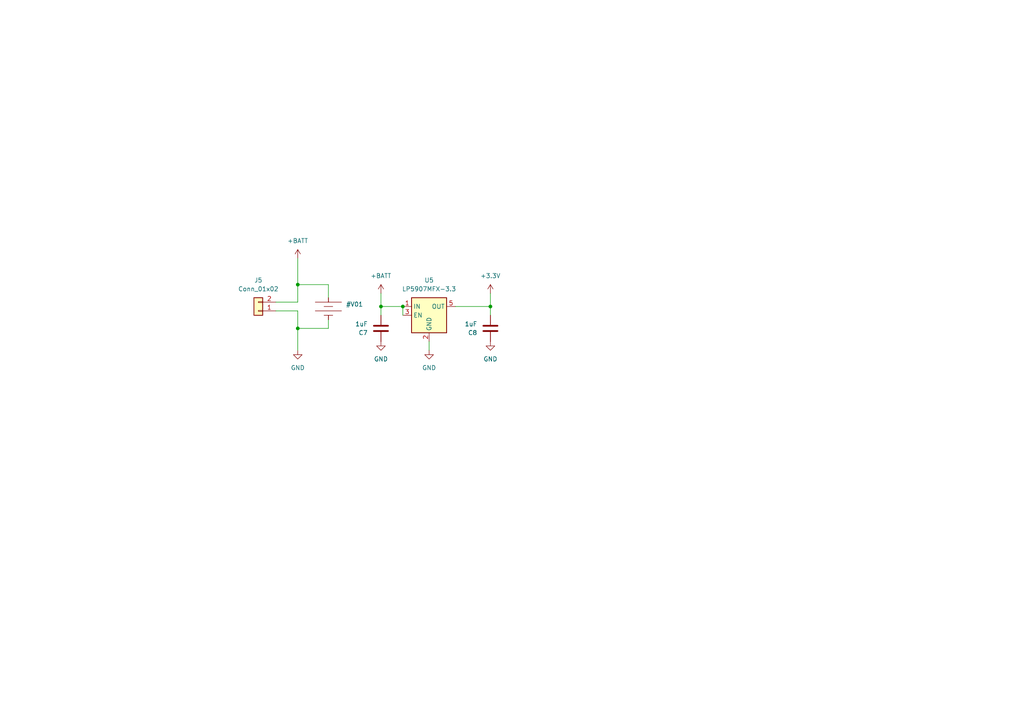
<source format=kicad_sch>
(kicad_sch (version 20230121) (generator eeschema)
  (paper "A4")
  (lib_symbols
    (symbol "Connector_Generic:Conn_01x02" (pin_names (offset 1.016) hide)
      (property "Reference" "J" (at 0 2.54 0))
      (property "Value" "Conn_01x02" (at 0 -5.08 0))
      (symbol "Conn_01x02_1_1"
        (rectangle (start -1.27 -2.413) (end 0 -2.667) (stroke (width 0.1524)))
        (rectangle (start -1.27 0.127) (end 0 -0.127) (stroke (width 0.1524)))
        (rectangle (start -1.27 1.27) (end 1.27 -3.81) (stroke (width 0.254)) (fill (type background)))
        (pin passive line (at -5.08 0 0) (length 3.81) (name "Pin_1") (number "1"))
        (pin passive line (at -5.08 -2.54 0) (length 3.81) (name "Pin_2") (number "2"))
      )
    )
    (symbol "Device:C" (pin_numbers hide) (pin_names (offset 0.254))
      (property "Reference" "C" (at 0.635 2.54 0))
      (property "Value" "C" (at 0.635 -2.54 0))
      (symbol "C_0_1"
        (polyline (pts (xy -2.032 -0.762) (xy 2.032 -0.762)) (stroke (width 0.508)))
        (polyline (pts (xy -2.032 0.762) (xy 2.032 0.762)) (stroke (width 0.508)))
      )
      (symbol "C_1_1"
        (pin passive line (at 0 3.81 270) (length 2.794) (name "~") (number "1"))
        (pin passive line (at 0 -3.81 90) (length 2.794) (name "~") (number "2"))
      )
    )
    (symbol "Regulator_Linear:LP5907MFX-3.3"
      (property "Reference" "U" (at -3.81 6.35 0))
      (property "Value" "LP5907MFX-3.3" (at 6.35 6.35 0))
      (symbol "LP5907MFX-3.3_0_1"
        (rectangle (start -5.08 -5.08) (end 5.08 5.08) (stroke (width 0.254)) (fill (type background)))
        (pin power_in line (at -7.62 2.54 0) (length 2.54) (name "IN") (number "1"))
        (pin power_in line (at 0 -7.62 90) (length 2.54) (name "GND") (number "2"))
        (pin input line (at -7.62 0 0) (length 2.54) (name "EN") (number "3"))
        (pin no_connect line (at 5.08 0 180) (length 2.54) hide (name "NC") (number "4"))
        (pin power_out line (at 7.62 2.54 180) (length 2.54) (name "OUT") (number "5"))
      )
    )
    (symbol "minimouse:SingleCellLiPo" (power) (pin_numbers hide) (pin_names hide) (in_bom no) (on_board no)
      (property "Reference" "V" (at 1.8796 0.3048 0))
      (property "Value" "SingleCellLiPo" (at -11.43 1.27 0))
      (symbol "SingleCellLiPo_0_1"
        (polyline (pts (xy -3.81 0) (xy 3.81 0)))
        (polyline (pts (xy -3.81 2.54) (xy 3.81 2.54)))
        (polyline (pts (xy -1.27 -1.27) (xy 1.27 -1.27)))
        (polyline (pts (xy -1.27 1.27) (xy 1.27 1.27)))
      )
      (symbol "SingleCellLiPo_1_1"
        (pin power_out line (at 0 -2.54 90) (length 1.27) (name "+") (number ""))
        (pin power_out line (at 0 3.81 270) (length 1.27) (name "+") (number ""))
      )
    )
    (symbol "power:+3.3V" (power) (pin_names (offset 0))
      (property "Value" "+3.3V" (at 0 3.556 0))
      (symbol "+3.3V_0_1"
        (polyline (pts (xy -0.762 1.27) (xy 0 2.54)))
        (polyline (pts (xy 0 0) (xy 0 2.54)))
        (polyline (pts (xy 0 2.54) (xy 0.762 1.27)))
      )
      (symbol "+3.3V_1_1"
        (pin power_in line (at 0 0 90) (length 0) hide (name "+3.3V") (number "1"))
      )
    )
    (symbol "power:+BATT" (power) (pin_names (offset 0))
      (property "Value" "+BATT" (at 0 3.556 0))
      (symbol "+BATT_0_1"
        (polyline (pts (xy -0.762 1.27) (xy 0 2.54)))
        (polyline (pts (xy 0 0) (xy 0 2.54)))
        (polyline (pts (xy 0 2.54) (xy 0.762 1.27)))
      )
      (symbol "+BATT_1_1"
        (pin power_in line (at 0 0 90) (length 0) hide (name "+BATT") (number "1"))
      )
    )
    (symbol "power:GND" (power) (pin_names (offset 0))
      (property "Value" "GND" (at 0 -3.81 0))
      (symbol "GND_0_1"
        (polyline (pts (xy 0 0) (xy 0 -1.27) (xy 1.27 -1.27) (xy 0 -2.54) (xy -1.27 -1.27) (xy 0 -1.27)))
      )
      (symbol "GND_1_1"
        (pin power_in line (at 0 0 270) (length 0) hide (name "GND") (number "1"))
      )
    )
  )
  (junction (at 86.36 82.55))
  (junction (at 116.84 88.9))
  (junction (at 110.49 88.9))
  (junction (at 86.36 95.25))
  (junction (at 142.24 88.9))
  (wire (pts (xy 86.36 90.17) (xy 86.36 95.25)))
  (wire (pts (xy 116.84 88.9) (xy 110.49 88.9)))
  (wire (pts (xy 142.24 91.44) (xy 142.24 88.9)))
  (wire (pts (xy 95.25 82.55) (xy 86.36 82.55)))
  (wire (pts (xy 86.36 74.93) (xy 86.36 82.55)))
  (wire (pts (xy 95.25 82.55) (xy 95.25 86.36)))
  (wire (pts (xy 86.36 95.25) (xy 86.36 101.6)))
  (wire (pts (xy 95.25 92.71) (xy 95.25 95.25)))
  (wire (pts (xy 116.84 88.9) (xy 116.84 91.44)))
  (wire (pts (xy 132.08 88.9) (xy 142.24 88.9)))
  (wire (pts (xy 80.01 87.63) (xy 86.36 87.63)))
  (wire (pts (xy 110.49 85.09) (xy 110.49 88.9)))
  (wire (pts (xy 95.25 95.25) (xy 86.36 95.25)))
  (wire (pts (xy 124.46 99.06) (xy 124.46 101.6)))
  (wire (pts (xy 86.36 82.55) (xy 86.36 87.63)))
  (wire (pts (xy 142.24 85.09) (xy 142.24 88.9)))
  (wire (pts (xy 110.49 88.9) (xy 110.49 91.44)))
  (wire (pts (xy 80.01 90.17) (xy 86.36 90.17)))
  (symbol (lib_id "power:+BATT") (at 86.36 74.93 0) (unit 1)
    (property "Reference" "#PWR036" (effects hide))
    (property "Value" "+BATT" (at 86.36 69.85 0))
  )
  (symbol (lib_id "minimouse:SingleCellLiPo") (at 95.25 90.17 0) (unit 1) (in_bom no) (on_board no)
    (property "Reference" "#V01" (at 100.33 88.265 0) (effects (justify left)))
    (property "Value" "SingleCellLiPo" (effects hide))
  )
  (symbol (lib_id "power:GND") (at 142.24 99.06 0) (unit 1)
    (property "Reference" "#PWR015" (effects hide))
    (property "Value" "GND" (at 142.24 104.14 0))
  )
  (symbol (lib_id "power:+BATT") (at 110.49 85.09 0) (unit 1)
    (property "Reference" "#PWR020" (effects hide))
    (property "Value" "+BATT" (at 110.49 80.01 0))
  )
  (symbol (lib_id "Device:C") (at 142.24 95.25 180) (unit 1)
    (property "Reference" "C8" (at 138.43 96.52 0) (effects (justify left)))
    (property "Value" "1uF" (at 138.43 93.98 0) (effects (justify left)))
  )
  (symbol (lib_id "Device:C") (at 110.49 95.25 180) (unit 1)
    (property "Reference" "C7" (at 106.68 96.52 0) (effects (justify left)))
    (property "Value" "1uF" (at 106.68 93.98 0) (effects (justify left)))
  )
  (symbol (lib_id "power:+3.3V") (at 142.24 85.09 0) (unit 1)
    (property "Reference" "#PWR01" (effects hide))
    (property "Value" "+3.3V" (at 142.24 80.01 0))
    (instances (project "minimouse" (path "" (reference "#PWR01") (unit 1)) (path "" (reference "#PWR017") (unit 1))))
  )
  (symbol (lib_id "power:GND") (at 124.46 101.6 0) (unit 1)
    (property "Reference" "#PWR016" (effects hide))
    (property "Value" "GND" (at 124.46 106.68 0))
  )
  (symbol (lib_id "Regulator_Linear:LP5907MFX-3.3") (at 124.46 91.44 0) (unit 1)
    (property "Reference" "U5" (at 124.46 81.28 0))
    (property "Value" "LP5907MFX-3.3" (at 124.46 83.82 0))
    (property "Footprint" "Package_TO_SOT_SMD:SOT-23-5" (effects hide))
    (property "Datasheet" "http://www.ti.com/lit/ds/symlink/lp5907.pdf" (effects hide))
  )
  (symbol (lib_id "Connector_Generic:Conn_01x02") (at 74.93 90.17 180) (unit 1)
    (property "Reference" "J5" (at 74.93 81.28 0))
    (property "Value" "Conn_01x02" (at 74.93 83.82 0))
    (property "Footprint" "Connector_PinHeader_2.54mm:PinHeader_1x02_P2.54mm_Vertical" (effects hide))
  )
  (symbol (lib_id "power:GND") (at 86.36 101.6 0) (unit 1)
    (property "Reference" "#PWR037" (effects hide))
    (property "Value" "GND" (at 86.36 106.68 0))
  )
  (symbol (lib_id "power:GND") (at 110.49 99.06 0) (unit 1)
    (property "Reference" "#PWR014" (effects hide))
    (property "Value" "GND" (at 110.49 104.14 0))
  )
)
</source>
